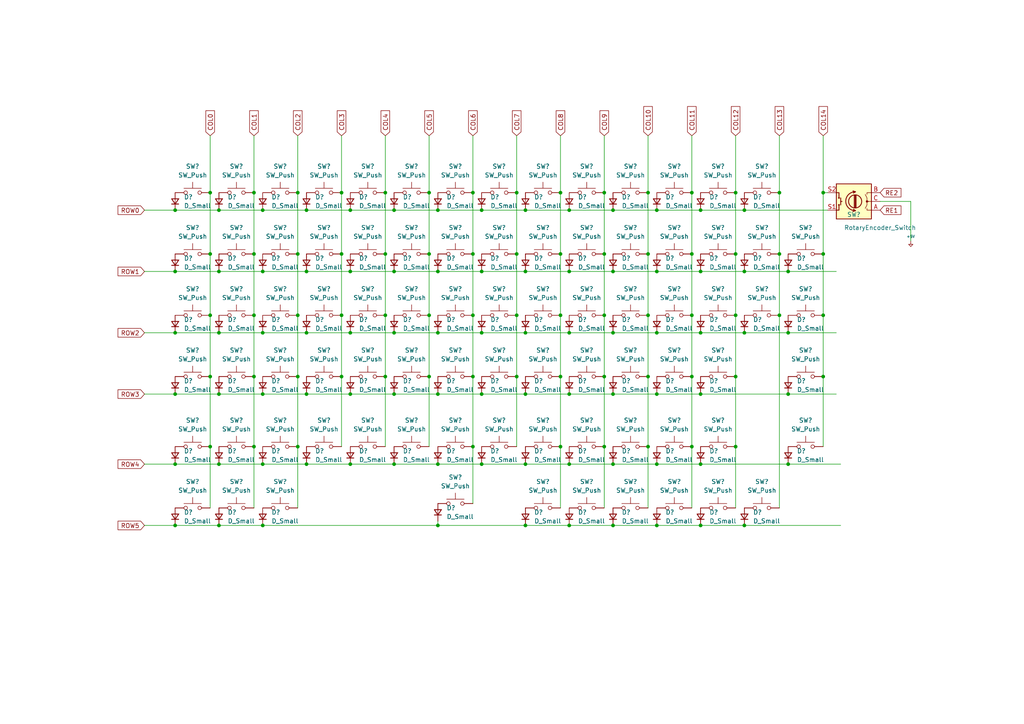
<source format=kicad_sch>
(kicad_sch (version 20211123) (generator eeschema)
  (paper "A4")
  (lib_symbols
    (symbol "Device:D_Small" (pin_numbers hide) (pin_names (offset 0.254) hide)
      (property "Reference" "D" (at -1.27 2.032 0))
      (property "Value" "D_Small" (at -3.81 -2.032 0))
      (symbol "D_Small_0_1"
        (polyline (pts (xy -0.762 -1.016) (xy -0.762 1.016)) (stroke (width 0.254)))
        (polyline (pts (xy -0.762 0) (xy 0.762 0)))
        (polyline (pts (xy 0.762 -1.016) (xy -0.762 0) (xy 0.762 1.016) (xy 0.762 -1.016)) (stroke (width 0.254)))
      )
      (symbol "D_Small_1_1"
        (pin passive line (at -2.54 0 0) (length 1.778) (name "K") (number "1"))
        (pin passive line (at 2.54 0 180) (length 1.778) (name "A") (number "2"))
      )
    )
    (symbol "Device:RotaryEncoder_Switch" (pin_names (offset 0.254) hide)
      (property "Reference" "SW" (at 0 6.604 0))
      (property "Value" "RotaryEncoder_Switch" (at 0 -6.604 0))
      (symbol "RotaryEncoder_Switch_0_1"
        (rectangle (start -5.08 5.08) (end 5.08 -5.08) (stroke (width 0.254)) (fill (type background)))
        (circle (center -3.81 0) (radius 0.254) (fill (type outline)))
        (arc (start -0.381 -2.794) (mid 2.3622 -0.0508) (end -0.381 2.667) (stroke (width 0.254)))
        (circle (center -0.381 0) (radius 1.905) (stroke (width 0.254)))
        (polyline (pts (xy -0.635 -1.778) (xy -0.635 1.778)) (stroke (width 0.254)))
        (polyline (pts (xy -0.381 -1.778) (xy -0.381 1.778)) (stroke (width 0.254)))
        (polyline (pts (xy -0.127 1.778) (xy -0.127 -1.778)) (stroke (width 0.254)))
        (polyline (pts (xy 3.81 0) (xy 3.429 0)) (stroke (width 0.254)))
        (polyline (pts (xy 3.81 1.016) (xy 3.81 -1.016)) (stroke (width 0.254)))
        (polyline (pts (xy -5.08 -2.54) (xy -3.81 -2.54) (xy -3.81 -2.032)))
        (polyline (pts (xy -5.08 2.54) (xy -3.81 2.54) (xy -3.81 2.032)))
        (polyline (pts (xy 0.254 -3.048) (xy -0.508 -2.794) (xy 0.127 -2.413)) (stroke (width 0.254)))
        (polyline (pts (xy 0.254 2.921) (xy -0.508 2.667) (xy 0.127 2.286)) (stroke (width 0.254)))
        (polyline (pts (xy 5.08 -2.54) (xy 4.318 -2.54) (xy 4.318 -1.016)) (stroke (width 0.254)))
        (polyline (pts (xy 5.08 2.54) (xy 4.318 2.54) (xy 4.318 1.016)) (stroke (width 0.254)))
        (polyline (pts (xy -5.08 0) (xy -3.81 0) (xy -3.81 -1.016) (xy -3.302 -2.032)))
        (polyline (pts (xy -4.318 0) (xy -3.81 0) (xy -3.81 1.016) (xy -3.302 2.032)))
        (circle (center 4.318 -1.016) (radius 0.127) (stroke (width 0.254)))
        (circle (center 4.318 1.016) (radius 0.127) (stroke (width 0.254)))
      )
      (symbol "RotaryEncoder_Switch_1_1"
        (pin passive line (at -7.62 2.54 0) (length 2.54) (name "A") (number "A"))
        (pin passive line (at -7.62 -2.54 0) (length 2.54) (name "B") (number "B"))
        (pin passive line (at -7.62 0 0) (length 2.54) (name "C") (number "C"))
        (pin passive line (at 7.62 2.54 180) (length 2.54) (name "S1") (number "S1"))
        (pin passive line (at 7.62 -2.54 180) (length 2.54) (name "S2") (number "S2"))
      )
    )
    (symbol "Switch:SW_Push" (pin_numbers hide) (pin_names (offset 1.016) hide)
      (property "Reference" "SW" (at 1.27 2.54 0))
      (property "Value" "SW_Push" (at 0 -1.524 0))
      (symbol "SW_Push_0_1"
        (circle (center -2.032 0) (radius 0.508))
        (polyline (pts (xy 0 1.27) (xy 0 3.048)))
        (polyline (pts (xy 2.54 1.27) (xy -2.54 1.27)))
        (circle (center 2.032 0) (radius 0.508))
        (pin passive line (at -5.08 0 0) (length 2.54) (name "1") (number "1"))
        (pin passive line (at 5.08 0 180) (length 2.54) (name "2") (number "2"))
      )
    )
    (symbol "keyboard_parts:GND" (power) (pin_names (offset 0))
      (property "Value" "GND" (at 0 -2.54 0))
      (symbol "GND_0_0"
        (pin power_in line (at 0 0 90) (length 0) hide (name "+5V") (number "1"))
      )
      (symbol "GND_0_1"
        (polyline (pts (xy 0 -1.651) (xy 0.635 -1.016) (xy -0.635 -1.016) (xy 0 -1.651)))
      )
      (symbol "GND_1_1"
        (polyline (pts (xy 0 0) (xy 0 -1.016) (xy 0 -1.016)))
      )
    )
  )
  (junction (at 215.9 152.4))
  (junction (at 238.76 91.44))
  (junction (at 190.5 114.3))
  (junction (at 190.5 96.52))
  (junction (at 99.06 73.66))
  (junction (at 114.3 134.62))
  (junction (at 162.56 129.54))
  (junction (at 203.2 134.62))
  (junction (at 73.66 109.22))
  (junction (at 139.7 114.3))
  (junction (at 190.5 78.74))
  (junction (at 213.36 109.22))
  (junction (at 165.1 152.4))
  (junction (at 139.7 96.52))
  (junction (at 88.9 114.3))
  (junction (at 50.8 134.62))
  (junction (at 111.76 55.88))
  (junction (at 114.3 60.96))
  (junction (at 60.96 129.54))
  (junction (at 124.46 91.44))
  (junction (at 73.66 73.66))
  (junction (at 190.5 152.4))
  (junction (at 86.36 129.54))
  (junction (at 152.4 60.96))
  (junction (at 139.7 78.74))
  (junction (at 226.06 55.88))
  (junction (at 63.5 152.4))
  (junction (at 203.2 152.4))
  (junction (at 165.1 96.52))
  (junction (at 200.66 73.66))
  (junction (at 228.6 134.62))
  (junction (at 165.1 78.74))
  (junction (at 215.9 96.52))
  (junction (at 177.8 78.74))
  (junction (at 162.56 91.44))
  (junction (at 213.36 129.54))
  (junction (at 175.26 55.88))
  (junction (at 124.46 109.22))
  (junction (at 63.5 96.52))
  (junction (at 76.2 114.3))
  (junction (at 177.8 114.3))
  (junction (at 187.96 129.54))
  (junction (at 203.2 114.3))
  (junction (at 137.16 73.66))
  (junction (at 76.2 152.4))
  (junction (at 203.2 60.96))
  (junction (at 162.56 109.22))
  (junction (at 137.16 91.44))
  (junction (at 114.3 114.3))
  (junction (at 127 78.74))
  (junction (at 99.06 109.22))
  (junction (at 73.66 55.88))
  (junction (at 177.8 134.62))
  (junction (at 152.4 152.4))
  (junction (at 175.26 91.44))
  (junction (at 99.06 91.44))
  (junction (at 60.96 73.66))
  (junction (at 86.36 91.44))
  (junction (at 190.5 134.62))
  (junction (at 165.1 114.3))
  (junction (at 86.36 109.22))
  (junction (at 203.2 78.74))
  (junction (at 152.4 78.74))
  (junction (at 175.26 109.22))
  (junction (at 137.16 129.54))
  (junction (at 50.8 114.3))
  (junction (at 149.86 91.44))
  (junction (at 152.4 134.62))
  (junction (at 152.4 96.52))
  (junction (at 238.76 55.88))
  (junction (at 149.86 73.66))
  (junction (at 99.06 55.88))
  (junction (at 139.7 60.96))
  (junction (at 187.96 73.66))
  (junction (at 88.9 60.96))
  (junction (at 50.8 78.74))
  (junction (at 213.36 73.66))
  (junction (at 228.6 96.52))
  (junction (at 50.8 96.52))
  (junction (at 203.2 96.52))
  (junction (at 76.2 60.96))
  (junction (at 177.8 152.4))
  (junction (at 127 96.52))
  (junction (at 101.6 78.74))
  (junction (at 127 134.62))
  (junction (at 127 152.4))
  (junction (at 50.8 152.4))
  (junction (at 124.46 55.88))
  (junction (at 86.36 73.66))
  (junction (at 73.66 91.44))
  (junction (at 215.9 60.96))
  (junction (at 60.96 55.88))
  (junction (at 162.56 55.88))
  (junction (at 187.96 91.44))
  (junction (at 175.26 73.66))
  (junction (at 200.66 109.22))
  (junction (at 63.5 60.96))
  (junction (at 226.06 91.44))
  (junction (at 190.5 60.96))
  (junction (at 226.06 73.66))
  (junction (at 213.36 55.88))
  (junction (at 76.2 134.62))
  (junction (at 175.26 129.54))
  (junction (at 124.46 73.66))
  (junction (at 200.66 91.44))
  (junction (at 111.76 91.44))
  (junction (at 60.96 91.44))
  (junction (at 228.6 114.3))
  (junction (at 177.8 60.96))
  (junction (at 114.3 78.74))
  (junction (at 76.2 96.52))
  (junction (at 165.1 134.62))
  (junction (at 111.76 109.22))
  (junction (at 101.6 60.96))
  (junction (at 60.96 109.22))
  (junction (at 137.16 109.22))
  (junction (at 63.5 78.74))
  (junction (at 152.4 114.3))
  (junction (at 88.9 78.74))
  (junction (at 215.9 78.74))
  (junction (at 238.76 73.66))
  (junction (at 149.86 55.88))
  (junction (at 139.7 134.62))
  (junction (at 76.2 78.74))
  (junction (at 162.56 73.66))
  (junction (at 187.96 55.88))
  (junction (at 101.6 134.62))
  (junction (at 200.66 129.54))
  (junction (at 127 60.96))
  (junction (at 73.66 129.54))
  (junction (at 50.8 60.96))
  (junction (at 86.36 55.88))
  (junction (at 200.66 55.88))
  (junction (at 137.16 55.88))
  (junction (at 228.6 78.74))
  (junction (at 101.6 96.52))
  (junction (at 149.86 109.22))
  (junction (at 88.9 134.62))
  (junction (at 238.76 109.22))
  (junction (at 63.5 114.3))
  (junction (at 165.1 60.96))
  (junction (at 88.9 96.52))
  (junction (at 213.36 91.44))
  (junction (at 177.8 96.52))
  (junction (at 114.3 96.52))
  (junction (at 101.6 114.3))
  (junction (at 127 114.3))
  (junction (at 63.5 134.62))
  (junction (at 187.96 109.22))
  (junction (at 111.76 73.66))
  (wire (pts (xy 200.66 91.44) (xy 200.66 109.22)))
  (wire (pts (xy 213.36 129.54) (xy 213.36 147.32)))
  (wire (pts (xy 175.26 129.54) (xy 175.26 147.32)))
  (wire (pts (xy 200.66 55.88) (xy 200.66 73.66)))
  (wire (pts (xy 177.8 96.52) (xy 190.5 96.52)))
  (wire (pts (xy 41.91 60.96) (xy 50.8 60.96)))
  (wire (pts (xy 228.6 78.74) (xy 242.57 78.74)))
  (wire (pts (xy 111.76 91.44) (xy 111.76 109.22)))
  (wire (pts (xy 60.96 129.54) (xy 60.96 147.32)))
  (wire (pts (xy 63.5 78.74) (xy 76.2 78.74)))
  (wire (pts (xy 99.06 109.22) (xy 99.06 129.54)))
  (wire (pts (xy 215.9 152.4) (xy 243.84 152.4)))
  (wire (pts (xy 175.26 91.44) (xy 175.26 109.22)))
  (wire (pts (xy 226.06 91.44) (xy 226.06 147.32)))
  (wire (pts (xy 124.46 55.88) (xy 124.46 73.66)))
  (wire (pts (xy 111.76 109.22) (xy 111.76 129.54)))
  (wire (pts (xy 177.8 78.74) (xy 190.5 78.74)))
  (wire (pts (xy 63.5 152.4) (xy 76.2 152.4)))
  (wire (pts (xy 137.16 73.66) (xy 137.16 91.44)))
  (wire (pts (xy 88.9 96.52) (xy 101.6 96.52)))
  (wire (pts (xy 162.56 73.66) (xy 162.56 91.44)))
  (wire (pts (xy 73.66 129.54) (xy 73.66 147.32)))
  (wire (pts (xy 165.1 134.62) (xy 177.8 134.62)))
  (wire (pts (xy 88.9 78.74) (xy 101.6 78.74)))
  (wire (pts (xy 264.16 58.42) (xy 264.16 69.85)))
  (wire (pts (xy 73.66 39.37) (xy 73.66 55.88)))
  (wire (pts (xy 73.66 73.66) (xy 73.66 91.44)))
  (wire (pts (xy 162.56 109.22) (xy 162.56 129.54)))
  (wire (pts (xy 238.76 91.44) (xy 238.76 109.22)))
  (wire (pts (xy 124.46 39.37) (xy 124.46 55.88)))
  (wire (pts (xy 177.8 152.4) (xy 190.5 152.4)))
  (wire (pts (xy 137.16 91.44) (xy 137.16 109.22)))
  (wire (pts (xy 177.8 134.62) (xy 190.5 134.62)))
  (wire (pts (xy 152.4 78.74) (xy 165.1 78.74)))
  (wire (pts (xy 190.5 152.4) (xy 203.2 152.4)))
  (wire (pts (xy 213.36 39.37) (xy 213.36 55.88)))
  (wire (pts (xy 187.96 73.66) (xy 187.96 91.44)))
  (wire (pts (xy 86.36 109.22) (xy 86.36 129.54)))
  (wire (pts (xy 114.3 60.96) (xy 127 60.96)))
  (wire (pts (xy 226.06 73.66) (xy 226.06 91.44)))
  (wire (pts (xy 124.46 109.22) (xy 124.46 129.54)))
  (wire (pts (xy 238.76 55.88) (xy 240.03 55.88)))
  (wire (pts (xy 76.2 114.3) (xy 88.9 114.3)))
  (wire (pts (xy 187.96 55.88) (xy 187.96 73.66)))
  (wire (pts (xy 50.8 134.62) (xy 63.5 134.62)))
  (wire (pts (xy 41.91 96.52) (xy 50.8 96.52)))
  (wire (pts (xy 41.91 78.74) (xy 50.8 78.74)))
  (wire (pts (xy 50.8 96.52) (xy 63.5 96.52)))
  (wire (pts (xy 111.76 39.37) (xy 111.76 55.88)))
  (wire (pts (xy 41.91 114.3) (xy 50.8 114.3)))
  (wire (pts (xy 76.2 78.74) (xy 88.9 78.74)))
  (wire (pts (xy 60.96 55.88) (xy 60.96 73.66)))
  (wire (pts (xy 175.26 39.37) (xy 175.26 55.88)))
  (wire (pts (xy 73.66 55.88) (xy 73.66 73.66)))
  (wire (pts (xy 226.06 39.37) (xy 226.06 55.88)))
  (wire (pts (xy 162.56 129.54) (xy 162.56 147.32)))
  (wire (pts (xy 152.4 152.4) (xy 165.1 152.4)))
  (wire (pts (xy 41.91 152.4) (xy 50.8 152.4)))
  (wire (pts (xy 127 60.96) (xy 139.7 60.96)))
  (wire (pts (xy 127 96.52) (xy 139.7 96.52)))
  (wire (pts (xy 200.66 129.54) (xy 200.66 147.32)))
  (wire (pts (xy 73.66 109.22) (xy 73.66 129.54)))
  (wire (pts (xy 255.27 58.42) (xy 264.16 58.42)))
  (wire (pts (xy 114.3 114.3) (xy 127 114.3)))
  (wire (pts (xy 165.1 96.52) (xy 177.8 96.52)))
  (wire (pts (xy 99.06 39.37) (xy 99.06 55.88)))
  (wire (pts (xy 152.4 96.52) (xy 165.1 96.52)))
  (wire (pts (xy 213.36 73.66) (xy 213.36 91.44)))
  (wire (pts (xy 139.7 96.52) (xy 152.4 96.52)))
  (wire (pts (xy 41.91 134.62) (xy 50.8 134.62)))
  (wire (pts (xy 63.5 60.96) (xy 76.2 60.96)))
  (wire (pts (xy 165.1 78.74) (xy 177.8 78.74)))
  (wire (pts (xy 114.3 96.52) (xy 127 96.52)))
  (wire (pts (xy 190.5 96.52) (xy 203.2 96.52)))
  (wire (pts (xy 215.9 78.74) (xy 228.6 78.74)))
  (wire (pts (xy 149.86 109.22) (xy 149.86 129.54)))
  (wire (pts (xy 238.76 55.88) (xy 238.76 73.66)))
  (wire (pts (xy 127 151.13) (xy 127 152.4)))
  (wire (pts (xy 175.26 109.22) (xy 175.26 129.54)))
  (wire (pts (xy 86.36 55.88) (xy 86.36 73.66)))
  (wire (pts (xy 111.76 73.66) (xy 111.76 91.44)))
  (wire (pts (xy 101.6 134.62) (xy 114.3 134.62)))
  (wire (pts (xy 101.6 60.96) (xy 114.3 60.96)))
  (wire (pts (xy 187.96 109.22) (xy 187.96 129.54)))
  (wire (pts (xy 127 78.74) (xy 139.7 78.74)))
  (wire (pts (xy 149.86 73.66) (xy 149.86 91.44)))
  (wire (pts (xy 50.8 60.96) (xy 63.5 60.96)))
  (wire (pts (xy 213.36 91.44) (xy 213.36 109.22)))
  (wire (pts (xy 228.6 114.3) (xy 242.57 114.3)))
  (wire (pts (xy 175.26 55.88) (xy 175.26 73.66)))
  (wire (pts (xy 213.36 55.88) (xy 213.36 73.66)))
  (wire (pts (xy 99.06 55.88) (xy 99.06 73.66)))
  (wire (pts (xy 165.1 60.96) (xy 177.8 60.96)))
  (wire (pts (xy 139.7 60.96) (xy 152.4 60.96)))
  (wire (pts (xy 50.8 152.4) (xy 63.5 152.4)))
  (wire (pts (xy 177.8 114.3) (xy 190.5 114.3)))
  (wire (pts (xy 60.96 91.44) (xy 60.96 109.22)))
  (wire (pts (xy 86.36 39.37) (xy 86.36 55.88)))
  (wire (pts (xy 63.5 96.52) (xy 76.2 96.52)))
  (wire (pts (xy 137.16 39.37) (xy 137.16 55.88)))
  (wire (pts (xy 203.2 114.3) (xy 228.6 114.3)))
  (wire (pts (xy 152.4 134.62) (xy 165.1 134.62)))
  (wire (pts (xy 203.2 134.62) (xy 228.6 134.62)))
  (wire (pts (xy 238.76 39.37) (xy 238.76 55.88)))
  (wire (pts (xy 200.66 73.66) (xy 200.66 91.44)))
  (wire (pts (xy 76.2 96.52) (xy 88.9 96.52)))
  (wire (pts (xy 124.46 91.44) (xy 124.46 109.22)))
  (wire (pts (xy 50.8 78.74) (xy 63.5 78.74)))
  (wire (pts (xy 238.76 109.22) (xy 238.76 129.54)))
  (wire (pts (xy 63.5 134.62) (xy 76.2 134.62)))
  (wire (pts (xy 162.56 39.37) (xy 162.56 55.88)))
  (wire (pts (xy 149.86 39.37) (xy 149.86 55.88)))
  (wire (pts (xy 187.96 129.54) (xy 187.96 147.32)))
  (wire (pts (xy 137.16 146.05) (xy 137.16 129.54)))
  (wire (pts (xy 187.96 91.44) (xy 187.96 109.22)))
  (wire (pts (xy 60.96 109.22) (xy 60.96 129.54)))
  (wire (pts (xy 162.56 55.88) (xy 162.56 73.66)))
  (wire (pts (xy 190.5 60.96) (xy 203.2 60.96)))
  (wire (pts (xy 127 134.62) (xy 139.7 134.62)))
  (wire (pts (xy 101.6 96.52) (xy 114.3 96.52)))
  (wire (pts (xy 190.5 78.74) (xy 203.2 78.74)))
  (wire (pts (xy 139.7 114.3) (xy 152.4 114.3)))
  (wire (pts (xy 162.56 91.44) (xy 162.56 109.22)))
  (wire (pts (xy 86.36 73.66) (xy 86.36 91.44)))
  (wire (pts (xy 139.7 134.62) (xy 152.4 134.62)))
  (wire (pts (xy 86.36 129.54) (xy 86.36 147.32)))
  (wire (pts (xy 99.06 73.66) (xy 99.06 91.44)))
  (wire (pts (xy 187.96 39.37) (xy 187.96 55.88)))
  (wire (pts (xy 175.26 73.66) (xy 175.26 91.44)))
  (wire (pts (xy 50.8 114.3) (xy 63.5 114.3)))
  (wire (pts (xy 76.2 134.62) (xy 88.9 134.62)))
  (wire (pts (xy 190.5 114.3) (xy 203.2 114.3)))
  (wire (pts (xy 86.36 91.44) (xy 86.36 109.22)))
  (wire (pts (xy 200.66 109.22) (xy 200.66 129.54)))
  (wire (pts (xy 203.2 78.74) (xy 215.9 78.74)))
  (wire (pts (xy 124.46 73.66) (xy 124.46 91.44)))
  (wire (pts (xy 203.2 152.4) (xy 215.9 152.4)))
  (wire (pts (xy 137.16 109.22) (xy 137.16 129.54)))
  (wire (pts (xy 88.9 60.96) (xy 101.6 60.96)))
  (wire (pts (xy 213.36 109.22) (xy 213.36 129.54)))
  (wire (pts (xy 63.5 114.3) (xy 76.2 114.3)))
  (wire (pts (xy 190.5 134.62) (xy 203.2 134.62)))
  (wire (pts (xy 177.8 60.96) (xy 190.5 60.96)))
  (wire (pts (xy 228.6 134.62) (xy 243.84 134.62)))
  (wire (pts (xy 60.96 73.66) (xy 60.96 91.44)))
  (wire (pts (xy 200.66 39.37) (xy 200.66 55.88)))
  (wire (pts (xy 203.2 60.96) (xy 215.9 60.96)))
  (wire (pts (xy 149.86 55.88) (xy 149.86 73.66)))
  (wire (pts (xy 101.6 114.3) (xy 114.3 114.3)))
  (wire (pts (xy 88.9 114.3) (xy 101.6 114.3)))
  (wire (pts (xy 99.06 91.44) (xy 99.06 109.22)))
  (wire (pts (xy 101.6 78.74) (xy 114.3 78.74)))
  (wire (pts (xy 165.1 114.3) (xy 177.8 114.3)))
  (wire (pts (xy 152.4 60.96) (xy 165.1 60.96)))
  (wire (pts (xy 114.3 78.74) (xy 127 78.74)))
  (wire (pts (xy 127 114.3) (xy 139.7 114.3)))
  (wire (pts (xy 228.6 96.52) (xy 242.57 96.52)))
  (wire (pts (xy 73.66 91.44) (xy 73.66 109.22)))
  (wire (pts (xy 238.76 73.66) (xy 238.76 91.44)))
  (wire (pts (xy 152.4 114.3) (xy 165.1 114.3)))
  (wire (pts (xy 111.76 55.88) (xy 111.76 73.66)))
  (wire (pts (xy 203.2 96.52) (xy 215.9 96.52)))
  (wire (pts (xy 76.2 152.4) (xy 127 152.4)))
  (wire (pts (xy 88.9 134.62) (xy 101.6 134.62)))
  (wire (pts (xy 165.1 152.4) (xy 177.8 152.4)))
  (wire (pts (xy 137.16 55.88) (xy 137.16 73.66)))
  (wire (pts (xy 149.86 91.44) (xy 149.86 109.22)))
  (wire (pts (xy 127 152.4) (xy 152.4 152.4)))
  (wire (pts (xy 226.06 55.88) (xy 226.06 73.66)))
  (wire (pts (xy 114.3 134.62) (xy 127 134.62)))
  (wire (pts (xy 215.9 60.96) (xy 240.03 60.96)))
  (wire (pts (xy 215.9 96.52) (xy 228.6 96.52)))
  (wire (pts (xy 76.2 60.96) (xy 88.9 60.96)))
  (wire (pts (xy 60.96 39.37) (xy 60.96 55.88)))
  (wire (pts (xy 139.7 78.74) (xy 152.4 78.74)))
  (global_label "COL13" (shape input) (at 226.06 39.37 90) (property "Intersheet References" "${INTERSHEET_REFS}" (effects hide)))
  (global_label "COL4" (shape input) (at 111.76 39.37 90) (property "Intersheet References" "${INTERSHEET_REFS}" (effects hide)))
  (global_label "ROW5" (shape input) (at 41.91 152.4 180) (property "Intersheet References" "${INTERSHEET_REFS}" (effects hide)))
  (global_label "ROW3" (shape input) (at 41.91 114.3 180) (property "Intersheet References" "${INTERSHEET_REFS}" (effects hide)))
  (global_label "COL0" (shape input) (at 60.96 39.37 90) (property "Intersheet References" "${INTERSHEET_REFS}" (effects hide)))
  (global_label "RE1" (shape input) (at 255.27 60.96 0) (property "Intersheet References" "${INTERSHEET_REFS}" (effects hide)))
  (global_label "ROW0" (shape input) (at 41.91 60.96 180) (property "Intersheet References" "${INTERSHEET_REFS}" (effects hide)))
  (global_label "RE2" (shape input) (at 255.27 55.88 0) (property "Intersheet References" "${INTERSHEET_REFS}" (effects hide)))
  (global_label "COL14" (shape input) (at 238.76 39.37 90) (property "Intersheet References" "${INTERSHEET_REFS}" (effects hide)))
  (global_label "COL6" (shape input) (at 137.16 39.37 90) (property "Intersheet References" "${INTERSHEET_REFS}" (effects hide)))
  (global_label "COL11" (shape input) (at 200.66 39.37 90) (property "Intersheet References" "${INTERSHEET_REFS}" (effects hide)))
  (global_label "COL1" (shape input) (at 73.66 39.37 90) (property "Intersheet References" "${INTERSHEET_REFS}" (effects hide)))
  (global_label "ROW4" (shape input) (at 41.91 134.62 180) (property "Intersheet References" "${INTERSHEET_REFS}" (effects hide)))
  (global_label "COL7" (shape input) (at 149.86 39.37 90) (property "Intersheet References" "${INTERSHEET_REFS}" (effects hide)))
  (global_label "COL2" (shape input) (at 86.36 39.37 90) (property "Intersheet References" "${INTERSHEET_REFS}" (effects hide)))
  (global_label "COL8" (shape input) (at 162.56 39.37 90) (property "Intersheet References" "${INTERSHEET_REFS}" (effects hide)))
  (global_label "ROW1" (shape input) (at 41.91 78.74 180) (property "Intersheet References" "${INTERSHEET_REFS}" (effects hide)))
  (global_label "COL5" (shape input) (at 124.46 39.37 90) (property "Intersheet References" "${INTERSHEET_REFS}" (effects hide)))
  (global_label "COL12" (shape input) (at 213.36 39.37 90) (property "Intersheet References" "${INTERSHEET_REFS}" (effects hide)))
  (global_label "ROW2" (shape input) (at 41.91 96.52 180) (property "Intersheet References" "${INTERSHEET_REFS}" (effects hide)))
  (global_label "COL10" (shape input) (at 187.96 39.37 90) (property "Intersheet References" "${INTERSHEET_REFS}" (effects hide)))
  (global_label "COL3" (shape input) (at 99.06 39.37 90) (property "Intersheet References" "${INTERSHEET_REFS}" (effects hide)))
  (global_label "COL9" (shape input) (at 175.26 39.37 90) (property "Intersheet References" "${INTERSHEET_REFS}" (effects hide)))
  (symbol (lib_id "Switch:SW_Push") (at 144.78 109.22 0) (unit 1)
    (property "Reference" "SW?" (at 144.78 101.6 0))
    (property "Value" "SW_Push" (at 144.78 104.14 0))
  )
  (symbol (lib_id "Device:D_Small") (at 215.9 58.42 90) (unit 1)
    (property "Reference" "D?" (at 218.44 57.15 90) (effects (justify right)))
    (property "Value" "D_Small" (at 218.44 59.69 90) (effects (justify right)))
  )
  (symbol (lib_id "Device:D_Small") (at 63.5 58.42 90) (unit 1)
    (property "Reference" "D?" (at 66.04 57.15 90) (effects (justify right)))
    (property "Value" "D_Small" (at 66.04 59.69 90) (effects (justify right)))
  )
  (symbol (lib_id "Switch:SW_Push") (at 81.28 55.88 0) (unit 1)
    (property "Reference" "SW?" (at 81.28 48.26 0))
    (property "Value" "SW_Push" (at 81.28 50.8 0))
  )
  (symbol (lib_id "Device:D_Small") (at 63.5 111.76 90) (unit 1)
    (property "Reference" "D?" (at 66.04 110.49 90) (effects (justify right)))
    (property "Value" "D_Small" (at 66.04 113.03 90) (effects (justify right)))
  )
  (symbol (lib_id "Switch:SW_Push") (at 182.88 129.54 0) (unit 1)
    (property "Reference" "SW?" (at 182.88 121.92 0))
    (property "Value" "SW_Push" (at 182.88 124.46 0))
  )
  (symbol (lib_id "Device:D_Small") (at 165.1 149.86 90) (unit 1)
    (property "Reference" "D?" (at 167.64 148.59 90) (effects (justify right)))
    (property "Value" "D_Small" (at 167.64 151.13 90) (effects (justify right)))
  )
  (symbol (lib_id "Device:D_Small") (at 127 148.59 90) (unit 1)
    (property "Reference" "D?" (at 129.54 147.32 90) (effects (justify right)))
    (property "Value" "D_Small" (at 129.54 149.86 90) (effects (justify right)))
  )
  (symbol (lib_id "Device:D_Small") (at 190.5 58.42 90) (unit 1)
    (property "Reference" "D?" (at 193.04 57.15 90) (effects (justify right)))
    (property "Value" "D_Small" (at 193.04 59.69 90) (effects (justify right)))
  )
  (symbol (lib_id "Switch:SW_Push") (at 144.78 55.88 0) (unit 1)
    (property "Reference" "SW?" (at 144.78 48.26 0))
    (property "Value" "SW_Push" (at 144.78 50.8 0))
  )
  (symbol (lib_id "Switch:SW_Push") (at 68.58 129.54 0) (unit 1)
    (property "Reference" "SW?" (at 68.58 121.92 0))
    (property "Value" "SW_Push" (at 68.58 124.46 0))
  )
  (symbol (lib_id "Switch:SW_Push") (at 233.68 129.54 0) (unit 1)
    (property "Reference" "SW?" (at 233.68 121.92 0))
    (property "Value" "SW_Push" (at 233.68 124.46 0))
  )
  (symbol (lib_id "Switch:SW_Push") (at 132.08 146.05 0) (unit 1)
    (property "Reference" "SW?" (at 132.08 138.43 0))
    (property "Value" "SW_Push" (at 132.08 140.97 0))
  )
  (symbol (lib_id "Switch:SW_Push") (at 68.58 109.22 0) (unit 1)
    (property "Reference" "SW?" (at 68.58 101.6 0))
    (property "Value" "SW_Push" (at 68.58 104.14 0))
  )
  (symbol (lib_id "Switch:SW_Push") (at 170.18 147.32 0) (unit 1)
    (property "Reference" "SW?" (at 170.18 139.7 0))
    (property "Value" "SW_Push" (at 170.18 142.24 0))
  )
  (symbol (lib_id "Switch:SW_Push") (at 132.08 109.22 0) (unit 1)
    (property "Reference" "SW?" (at 132.08 101.6 0))
    (property "Value" "SW_Push" (at 132.08 104.14 0))
  )
  (symbol (lib_id "Device:D_Small") (at 203.2 58.42 90) (unit 1)
    (property "Reference" "D?" (at 205.74 57.1499 90) (effects (justify right)))
    (property "Value" "D_Small" (at 205.74 59.6899 90) (effects (justify right)))
  )
  (symbol (lib_id "Switch:SW_Push") (at 55.88 55.88 0) (unit 1)
    (property "Reference" "SW?" (at 55.88 48.26 0))
    (property "Value" "SW_Push" (at 55.88 50.8 0))
  )
  (symbol (lib_id "Device:D_Small") (at 215.9 149.86 90) (unit 1)
    (property "Reference" "D?" (at 218.44 148.59 90) (effects (justify right)))
    (property "Value" "D_Small" (at 218.44 151.13 90) (effects (justify right)))
  )
  (symbol (lib_id "Device:D_Small") (at 190.5 93.98 90) (unit 1)
    (property "Reference" "D?" (at 193.04 92.71 90) (effects (justify right)))
    (property "Value" "D_Small" (at 193.04 95.25 90) (effects (justify right)))
  )
  (symbol (lib_id "Switch:SW_Push") (at 170.18 91.44 0) (unit 1)
    (property "Reference" "SW?" (at 170.18 83.82 0))
    (property "Value" "SW_Push" (at 170.18 86.36 0))
  )
  (symbol (lib_id "Device:D_Small") (at 114.3 76.2 90) (unit 1)
    (property "Reference" "D?" (at 116.84 74.93 90) (effects (justify right)))
    (property "Value" "D_Small" (at 116.84 77.47 90) (effects (justify right)))
  )
  (symbol (lib_id "Switch:SW_Push") (at 157.48 91.44 0) (unit 1)
    (property "Reference" "SW?" (at 157.48 83.82 0))
    (property "Value" "SW_Push" (at 157.48 86.36 0))
  )
  (symbol (lib_id "Switch:SW_Push") (at 220.98 73.66 0) (unit 1)
    (property "Reference" "SW?" (at 220.98 66.04 0))
    (property "Value" "SW_Push" (at 220.98 68.58 0))
  )
  (symbol (lib_id "Switch:SW_Push") (at 106.68 55.88 0) (unit 1)
    (property "Reference" "SW?" (at 106.68 48.26 0))
    (property "Value" "SW_Push" (at 106.68 50.8 0))
  )
  (symbol (lib_id "Device:D_Small") (at 127 93.98 90) (unit 1)
    (property "Reference" "D?" (at 129.54 92.7099 90) (effects (justify right)))
    (property "Value" "D_Small" (at 129.54 95.2499 90) (effects (justify right)))
  )
  (symbol (lib_id "Device:D_Small") (at 50.8 149.86 90) (unit 1)
    (property "Reference" "D?" (at 53.34 148.5899 90) (effects (justify right)))
    (property "Value" "D_Small" (at 53.34 151.1299 90) (effects (justify right)))
  )
  (symbol (lib_id "Switch:SW_Push") (at 157.48 73.66 0) (unit 1)
    (property "Reference" "SW?" (at 157.48 66.04 0))
    (property "Value" "SW_Push" (at 157.48 68.58 0))
  )
  (symbol (lib_id "Device:D_Small") (at 139.7 93.98 90) (unit 1)
    (property "Reference" "D?" (at 142.24 92.71 90) (effects (justify right)))
    (property "Value" "D_Small" (at 142.24 95.25 90) (effects (justify right)))
  )
  (symbol (lib_id "Device:D_Small") (at 203.2 149.86 90) (unit 1)
    (property "Reference" "D?" (at 205.74 148.5899 90) (effects (justify right)))
    (property "Value" "D_Small" (at 205.74 151.1299 90) (effects (justify right)))
  )
  (symbol (lib_id "Device:D_Small") (at 76.2 132.08 90) (unit 1)
    (property "Reference" "D?" (at 78.74 130.8099 90) (effects (justify right)))
    (property "Value" "D_Small" (at 78.74 133.3499 90) (effects (justify right)))
  )
  (symbol (lib_id "Device:D_Small") (at 215.9 93.98 90) (unit 1)
    (property "Reference" "D?" (at 218.44 92.71 90) (effects (justify right)))
    (property "Value" "D_Small" (at 218.44 95.25 90) (effects (justify right)))
  )
  (symbol (lib_id "Switch:SW_Push") (at 68.58 55.88 0) (unit 1)
    (property "Reference" "SW?" (at 68.58 48.26 0))
    (property "Value" "SW_Push" (at 68.58 50.8 0))
  )
  (symbol (lib_id "Switch:SW_Push") (at 144.78 91.44 0) (unit 1)
    (property "Reference" "SW?" (at 144.78 83.82 0))
    (property "Value" "SW_Push" (at 144.78 86.36 0))
  )
  (symbol (lib_id "Switch:SW_Push") (at 233.68 109.22 0) (unit 1)
    (property "Reference" "SW?" (at 233.68 101.6 0))
    (property "Value" "SW_Push" (at 233.68 104.14 0))
  )
  (symbol (lib_id "Device:D_Small") (at 152.4 111.76 90) (unit 1)
    (property "Reference" "D?" (at 154.94 110.4899 90) (effects (justify right)))
    (property "Value" "D_Small" (at 154.94 113.0299 90) (effects (justify right)))
  )
  (symbol (lib_id "Switch:SW_Push") (at 170.18 73.66 0) (unit 1)
    (property "Reference" "SW?" (at 170.18 66.04 0))
    (property "Value" "SW_Push" (at 170.18 68.58 0))
  )
  (symbol (lib_id "Device:D_Small") (at 165.1 132.08 90) (unit 1)
    (property "Reference" "D?" (at 167.64 130.81 90) (effects (justify right)))
    (property "Value" "D_Small" (at 167.64 133.35 90) (effects (justify right)))
  )
  (symbol (lib_id "Switch:SW_Push") (at 119.38 73.66 0) (unit 1)
    (property "Reference" "SW?" (at 119.38 66.04 0))
    (property "Value" "SW_Push" (at 119.38 68.58 0))
  )
  (symbol (lib_id "Switch:SW_Push") (at 93.98 55.88 0) (unit 1)
    (property "Reference" "SW?" (at 93.98 48.26 0))
    (property "Value" "SW_Push" (at 93.98 50.8 0))
  )
  (symbol (lib_id "Device:D_Small") (at 114.3 93.98 90) (unit 1)
    (property "Reference" "D?" (at 116.84 92.71 90) (effects (justify right)))
    (property "Value" "D_Small" (at 116.84 95.25 90) (effects (justify right)))
  )
  (symbol (lib_id "Switch:SW_Push") (at 68.58 73.66 0) (unit 1)
    (property "Reference" "SW?" (at 68.58 66.04 0))
    (property "Value" "SW_Push" (at 68.58 68.58 0))
  )
  (symbol (lib_id "Switch:SW_Push") (at 195.58 109.22 0) (unit 1)
    (property "Reference" "SW?" (at 195.58 101.6 0))
    (property "Value" "SW_Push" (at 195.58 104.14 0))
  )
  (symbol (lib_id "Device:D_Small") (at 88.9 111.76 90) (unit 1)
    (property "Reference" "D?" (at 91.44 110.49 90) (effects (justify right)))
    (property "Value" "D_Small" (at 91.44 113.03 90) (effects (justify right)))
  )
  (symbol (lib_id "Device:D_Small") (at 190.5 132.08 90) (unit 1)
    (property "Reference" "D?" (at 193.04 130.81 90) (effects (justify right)))
    (property "Value" "D_Small" (at 193.04 133.35 90) (effects (justify right)))
  )
  (symbol (lib_id "Device:D_Small") (at 127 76.2 90) (unit 1)
    (property "Reference" "D?" (at 129.54 74.9299 90) (effects (justify right)))
    (property "Value" "D_Small" (at 129.54 77.4699 90) (effects (justify right)))
  )
  (symbol (lib_id "Device:D_Small") (at 139.7 132.08 90) (unit 1)
    (property "Reference" "D?" (at 142.24 130.81 90) (effects (justify right)))
    (property "Value" "D_Small" (at 142.24 133.35 90) (effects (justify right)))
  )
  (symbol (lib_id "Device:D_Small") (at 203.2 76.2 90) (unit 1)
    (property "Reference" "D?" (at 205.74 74.9299 90) (effects (justify right)))
    (property "Value" "D_Small" (at 205.74 77.4699 90) (effects (justify right)))
  )
  (symbol (lib_id "Switch:SW_Push") (at 208.28 129.54 0) (unit 1)
    (property "Reference" "SW?" (at 208.28 121.92 0))
    (property "Value" "SW_Push" (at 208.28 124.46 0))
  )
  (symbol (lib_id "Device:D_Small") (at 139.7 58.42 90) (unit 1)
    (property "Reference" "D?" (at 142.24 57.15 90) (effects (justify right)))
    (property "Value" "D_Small" (at 142.24 59.69 90) (effects (justify right)))
  )
  (symbol (lib_id "Switch:SW_Push") (at 208.28 73.66 0) (unit 1)
    (property "Reference" "SW?" (at 208.28 66.04 0))
    (property "Value" "SW_Push" (at 208.28 68.58 0))
  )
  (symbol (lib_id "Device:D_Small") (at 177.8 149.86 90) (unit 1)
    (property "Reference" "D?" (at 180.34 148.5899 90) (effects (justify right)))
    (property "Value" "D_Small" (at 180.34 151.1299 90) (effects (justify right)))
  )
  (symbol (lib_id "Device:D_Small") (at 88.9 58.42 90) (unit 1)
    (property "Reference" "D?" (at 91.44 57.15 90) (effects (justify right)))
    (property "Value" "D_Small" (at 91.44 59.69 90) (effects (justify right)))
  )
  (symbol (lib_id "Switch:SW_Push") (at 170.18 109.22 0) (unit 1)
    (property "Reference" "SW?" (at 170.18 101.6 0))
    (property "Value" "SW_Push" (at 170.18 104.14 0))
  )
  (symbol (lib_id "Switch:SW_Push") (at 93.98 129.54 0) (unit 1)
    (property "Reference" "SW?" (at 93.98 121.92 0))
    (property "Value" "SW_Push" (at 93.98 124.46 0))
  )
  (symbol (lib_id "Switch:SW_Push") (at 157.48 147.32 0) (unit 1)
    (property "Reference" "SW?" (at 157.48 139.7 0))
    (property "Value" "SW_Push" (at 157.48 142.24 0))
  )
  (symbol (lib_id "Device:D_Small") (at 152.4 58.42 90) (unit 1)
    (property "Reference" "D?" (at 154.94 57.1499 90) (effects (justify right)))
    (property "Value" "D_Small" (at 154.94 59.6899 90) (effects (justify right)))
  )
  (symbol (lib_id "Device:D_Small") (at 101.6 132.08 90) (unit 1)
    (property "Reference" "D?" (at 104.14 130.8099 90) (effects (justify right)))
    (property "Value" "D_Small" (at 104.14 133.3499 90) (effects (justify right)))
  )
  (symbol (lib_id "Switch:SW_Push") (at 132.08 55.88 0) (unit 1)
    (property "Reference" "SW?" (at 132.08 48.26 0))
    (property "Value" "SW_Push" (at 132.08 50.8 0))
  )
  (symbol (lib_id "Device:D_Small") (at 88.9 132.08 90) (unit 1)
    (property "Reference" "D?" (at 91.44 130.81 90) (effects (justify right)))
    (property "Value" "D_Small" (at 91.44 133.35 90) (effects (justify right)))
  )
  (symbol (lib_id "Device:D_Small") (at 88.9 76.2 90) (unit 1)
    (property "Reference" "D?" (at 91.44 74.93 90) (effects (justify right)))
    (property "Value" "D_Small" (at 91.44 77.47 90) (effects (justify right)))
  )
  (symbol (lib_id "Switch:SW_Push") (at 144.78 73.66 0) (unit 1)
    (property "Reference" "SW?" (at 144.78 66.04 0))
    (property "Value" "SW_Push" (at 144.78 68.58 0))
  )
  (symbol (lib_id "Switch:SW_Push") (at 157.48 109.22 0) (unit 1)
    (property "Reference" "SW?" (at 157.48 101.6 0))
    (property "Value" "SW_Push" (at 157.48 104.14 0))
  )
  (symbol (lib_id "Switch:SW_Push") (at 68.58 91.44 0) (unit 1)
    (property "Reference" "SW?" (at 68.58 83.82 0))
    (property "Value" "SW_Push" (at 68.58 86.36 0))
  )
  (symbol (lib_id "Switch:SW_Push") (at 81.28 147.32 0) (unit 1)
    (property "Reference" "SW?" (at 81.28 139.7 0))
    (property "Value" "SW_Push" (at 81.28 142.24 0))
  )
  (symbol (lib_id "Switch:SW_Push") (at 119.38 55.88 0) (unit 1)
    (property "Reference" "SW?" (at 119.38 48.26 0))
    (property "Value" "SW_Push" (at 119.38 50.8 0))
  )
  (symbol (lib_id "Switch:SW_Push") (at 81.28 73.66 0) (unit 1)
    (property "Reference" "SW?" (at 81.28 66.04 0))
    (property "Value" "SW_Push" (at 81.28 68.58 0))
  )
  (symbol (lib_id "Switch:SW_Push") (at 55.88 109.22 0) (unit 1)
    (property "Reference" "SW?" (at 55.88 101.6 0))
    (property "Value" "SW_Push" (at 55.88 104.14 0))
  )
  (symbol (lib_id "Device:D_Small") (at 101.6 93.98 90) (unit 1)
    (property "Reference" "D?" (at 104.14 92.7099 90) (effects (justify right)))
    (property "Value" "D_Small" (at 104.14 95.2499 90) (effects (justify right)))
  )
  (symbol (lib_id "Switch:SW_Push") (at 119.38 129.54 0) (unit 1)
    (property "Reference" "SW?" (at 119.38 121.92 0))
    (property "Value" "SW_Push" (at 119.38 124.46 0))
  )
  (symbol (lib_id "Device:D_Small") (at 228.6 93.98 90) (unit 1)
    (property "Reference" "D?" (at 231.14 92.7099 90) (effects (justify right)))
    (property "Value" "D_Small" (at 231.14 95.2499 90) (effects (justify right)))
  )
  (symbol (lib_id "Switch:SW_Push") (at 195.58 55.88 0) (unit 1)
    (property "Reference" "SW?" (at 195.58 48.26 0))
    (property "Value" "SW_Push" (at 195.58 50.8 0))
  )
  (symbol (lib_id "Switch:SW_Push") (at 220.98 91.44 0) (unit 1)
    (property "Reference" "SW?" (at 220.98 83.82 0))
    (property "Value" "SW_Push" (at 220.98 86.36 0))
  )
  (symbol (lib_id "Device:D_Small") (at 152.4 149.86 90) (unit 1)
    (property "Reference" "D?" (at 154.94 148.5899 90) (effects (justify right)))
    (property "Value" "D_Small" (at 154.94 151.1299 90) (effects (justify right)))
  )
  (symbol (lib_id "Device:D_Small") (at 127 132.08 90) (unit 1)
    (property "Reference" "D?" (at 129.54 130.8099 90) (effects (justify right)))
    (property "Value" "D_Small" (at 129.54 133.3499 90) (effects (justify right)))
  )
  (symbol (lib_id "Switch:SW_Push") (at 106.68 129.54 0) (unit 1)
    (property "Reference" "SW?" (at 106.68 121.92 0))
    (property "Value" "SW_Push" (at 106.68 124.46 0))
  )
  (symbol (lib_id "Device:D_Small") (at 50.8 111.76 90) (unit 1)
    (property "Reference" "D?" (at 53.34 110.4899 90) (effects (justify right)))
    (property "Value" "D_Small" (at 53.34 113.0299 90) (effects (justify right)))
  )
  (symbol (lib_id "Device:D_Small") (at 177.8 111.76 90) (unit 1)
    (property "Reference" "D?" (at 180.34 110.4899 90) (effects (justify right)))
    (property "Value" "D_Small" (at 180.34 113.0299 90) (effects (justify right)))
  )
  (symbol (lib_id "Switch:SW_Push") (at 106.68 91.44 0) (unit 1)
    (property "Reference" "SW?" (at 106.68 83.82 0))
    (property "Value" "SW_Push" (at 106.68 86.36 0))
  )
  (symbol (lib_id "Device:D_Small") (at 203.2 132.08 90) (unit 1)
    (property "Reference" "D?" (at 205.74 130.8099 90) (effects (justify right)))
    (property "Value" "D_Small" (at 205.74 133.3499 90) (effects (justify right)))
  )
  (symbol (lib_id "Switch:SW_Push") (at 55.88 147.32 0) (unit 1)
    (property "Reference" "SW?" (at 55.88 139.7 0))
    (property "Value" "SW_Push" (at 55.88 142.24 0))
  )
  (symbol (lib_id "Device:D_Small") (at 76.2 149.86 90) (unit 1)
    (property "Reference" "D?" (at 78.74 148.5899 90) (effects (justify right)))
    (property "Value" "D_Small" (at 78.74 151.1299 90) (effects (justify right)))
  )
  (symbol (lib_id "Switch:SW_Push") (at 55.88 73.66 0) (unit 1)
    (property "Reference" "SW?" (at 55.88 66.04 0))
    (property "Value" "SW_Push" (at 55.88 68.58 0))
  )
  (symbol (lib_id "Switch:SW_Push") (at 55.88 129.54 0) (unit 1)
    (property "Reference" "SW?" (at 55.88 121.92 0))
    (property "Value" "SW_Push" (at 55.88 124.46 0))
  )
  (symbol (lib_id "Device:D_Small") (at 215.9 76.2 90) (unit 1)
    (property "Reference" "D?" (at 218.44 74.93 90) (effects (justify right)))
    (property "Value" "D_Small" (at 218.44 77.47 90) (effects (justify right)))
  )
  (symbol (lib_id "Device:D_Small") (at 165.1 58.42 90) (unit 1)
    (property "Reference" "D?" (at 167.64 57.15 90) (effects (justify right)))
    (property "Value" "D_Small" (at 167.64 59.69 90) (effects (justify right)))
  )
  (symbol (lib_id "Device:D_Small") (at 152.4 76.2 90) (unit 1)
    (property "Reference" "D?" (at 154.94 74.9299 90) (effects (justify right)))
    (property "Value" "D_Small" (at 154.94 77.4699 90) (effects (justify right)))
  )
  (symbol (lib_id "Switch:SW_Push") (at 93.98 73.66 0) (unit 1)
    (property "Reference" "SW?" (at 93.98 66.04 0))
    (property "Value" "SW_Push" (at 93.98 68.58 0))
  )
  (symbol (lib_id "Device:D_Small") (at 50.8 76.2 90) (unit 1)
    (property "Reference" "D?" (at 53.34 74.9299 90) (effects (justify right)))
    (property "Value" "D_Small" (at 53.34 77.4699 90) (effects (justify right)))
  )
  (symbol (lib_id "Device:D_Small") (at 177.8 76.2 90) (unit 1)
    (property "Reference" "D?" (at 180.34 74.9299 90) (effects (justify right)))
    (property "Value" "D_Small" (at 180.34 77.4699 90) (effects (justify right)))
  )
  (symbol (lib_id "Switch:SW_Push") (at 182.88 109.22 0) (unit 1)
    (property "Reference" "SW?" (at 182.88 101.6 0))
    (property "Value" "SW_Push" (at 182.88 104.14 0))
  )
  (symbol (lib_id "Switch:SW_Push") (at 81.28 109.22 0) (unit 1)
    (property "Reference" "SW?" (at 81.28 101.6 0))
    (property "Value" "SW_Push" (at 81.28 104.14 0))
  )
  (symbol (lib_id "Device:D_Small") (at 228.6 132.08 90) (unit 1)
    (property "Reference" "D?" (at 231.14 130.81 90) (effects (justify right)))
    (property "Value" "D_Small" (at 231.14 133.35 90) (effects (justify right)))
  )
  (symbol (lib_id "Device:D_Small") (at 63.5 93.98 90) (unit 1)
    (property "Reference" "D?" (at 66.04 92.71 90) (effects (justify right)))
    (property "Value" "D_Small" (at 66.04 95.25 90) (effects (justify right)))
  )
  (symbol (lib_id "Device:D_Small") (at 76.2 76.2 90) (unit 1)
    (property "Reference" "D?" (at 78.74 74.9299 90) (effects (justify right)))
    (property "Value" "D_Small" (at 78.74 77.4699 90) (effects (justify right)))
  )
  (symbol (lib_id "Switch:SW_Push") (at 132.08 91.44 0) (unit 1)
    (property "Reference" "SW?" (at 132.08 83.82 0))
    (property "Value" "SW_Push" (at 132.08 86.36 0))
  )
  (symbol (lib_id "Switch:SW_Push") (at 119.38 91.44 0) (unit 1)
    (property "Reference" "SW?" (at 119.38 83.82 0))
    (property "Value" "SW_Push" (at 119.38 86.36 0))
  )
  (symbol (lib_id "Device:D_Small") (at 190.5 111.76 90) (unit 1)
    (property "Reference" "D?" (at 193.04 110.49 90) (effects (justify right)))
    (property "Value" "D_Small" (at 193.04 113.03 90) (effects (justify right)))
  )
  (symbol (lib_id "Switch:SW_Push") (at 195.58 91.44 0) (unit 1)
    (property "Reference" "SW?" (at 195.58 83.82 0))
    (property "Value" "SW_Push" (at 195.58 86.36 0))
  )
  (symbol (lib_id "Switch:SW_Push") (at 182.88 55.88 0) (unit 1)
    (property "Reference" "SW?" (at 182.88 48.26 0))
    (property "Value" "SW_Push" (at 182.88 50.8 0))
  )
  (symbol (lib_id "Device:D_Small") (at 177.8 58.42 90) (unit 1)
    (property "Reference" "D?" (at 180.34 57.1499 90) (effects (justify right)))
    (property "Value" "D_Small" (at 180.34 59.6899 90) (effects (justify right)))
  )
  (symbol (lib_id "Switch:SW_Push") (at 132.08 129.54 0) (unit 1)
    (property "Reference" "SW?" (at 132.08 121.92 0))
    (property "Value" "SW_Push" (at 132.08 124.46 0))
  )
  (symbol (lib_id "Switch:SW_Push") (at 208.28 109.22 0) (unit 1)
    (property "Reference" "SW?" (at 208.28 101.6 0))
    (property "Value" "SW_Push" (at 208.28 104.14 0))
  )
  (symbol (lib_id "Switch:SW_Push") (at 182.88 147.32 0) (unit 1)
    (property "Reference" "SW?" (at 182.88 139.7 0))
    (property "Value" "SW_Push" (at 182.88 142.24 0))
  )
  (symbol (lib_id "Device:D_Small") (at 63.5 149.86 90) (unit 1)
    (property "Reference" "D?" (at 66.04 148.59 90) (effects (justify right)))
    (property "Value" "D_Small" (at 66.04 151.13 90) (effects (justify right)))
  )
  (symbol (lib_id "Switch:SW_Push") (at 132.08 73.66 0) (unit 1)
    (property "Reference" "SW?" (at 132.08 66.04 0))
    (property "Value" "SW_Push" (at 132.08 68.58 0))
  )
  (symbol (lib_id "Switch:SW_Push") (at 220.98 55.88 0) (unit 1)
    (property "Reference" "SW?" (at 220.98 48.26 0))
    (property "Value" "SW_Push" (at 220.98 50.8 0))
  )
  (symbol (lib_id "Switch:SW_Push") (at 106.68 109.22 0) (unit 1)
    (property "Reference" "SW?" (at 106.68 101.6 0))
    (property "Value" "SW_Push" (at 106.68 104.14 0))
  )
  (symbol (lib_id "Device:D_Small") (at 190.5 149.86 90) (unit 1)
    (property "Reference" "D?" (at 193.04 148.59 90) (effects (justify right)))
    (property "Value" "D_Small" (at 193.04 151.13 90) (effects (justify right)))
  )
  (symbol (lib_id "Device:D_Small") (at 114.3 58.42 90) (unit 1)
    (property "Reference" "D?" (at 116.84 57.15 90) (effects (justify right)))
    (property "Value" "D_Small" (at 116.84 59.69 90) (effects (justify right)))
  )
  (symbol (lib_id "Device:D_Small") (at 101.6 111.76 90) (unit 1)
    (property "Reference" "D?" (at 104.14 110.4899 90) (effects (justify right)))
    (property "Value" "D_Small" (at 104.14 113.0299 90) (effects (justify right)))
  )
  (symbol (lib_id "Switch:SW_Push") (at 119.38 109.22 0) (unit 1)
    (property "Reference" "SW?" (at 119.38 101.6 0))
    (property "Value" "SW_Push" (at 119.38 104.14 0))
  )
  (symbol (lib_id "Device:D_Small") (at 177.8 132.08 90) (unit 1)
    (property "Reference" "D?" (at 180.34 130.8099 90) (effects (justify right)))
    (property "Value" "D_Small" (at 180.34 133.3499 90) (effects (justify right)))
  )
  (symbol (lib_id "Device:D_Small") (at 139.7 76.2 90) (unit 1)
    (property "Reference" "D?" (at 142.24 74.93 90) (effects (justify right)))
    (property "Value" "D_Small" (at 142.24 77.47 90) (effects (justify right)))
  )
  (symbol (lib_id "Device:D_Small") (at 50.8 93.98 90) (unit 1)
    (property "Reference" "D?" (at 53.34 92.7099 90) (effects (justify right)))
    (property "Value" "D_Small" (at 53.34 95.2499 90) (effects (justify right)))
  )
  (symbol (lib_id "Device:D_Small") (at 76.2 111.76 90) (unit 1)
    (property "Reference" "D?" (at 78.74 110.4899 90) (effects (justify right)))
    (property "Value" "D_Small" (at 78.74 113.0299 90) (effects (justify right)))
  )
  (symbol (lib_id "Switch:SW_Push") (at 81.28 91.44 0) (unit 1)
    (property "Reference" "SW?" (at 81.28 83.82 0))
    (property "Value" "SW_Push" (at 81.28 86.36 0))
  )
  (symbol (lib_id "Device:D_Small") (at 152.4 132.08 90) (unit 1)
    (property "Reference" "D?" (at 154.94 130.8099 90) (effects (justify right)))
    (property "Value" "D_Small" (at 154.94 133.3499 90) (effects (justify right)))
  )
  (symbol (lib_id "Device:D_Small") (at 127 58.42 90) (unit 1)
    (property "Reference" "D?" (at 129.54 57.1499 90) (effects (justify right)))
    (property "Value" "D_Small" (at 129.54 59.6899 90) (effects (justify right)))
  )
  (symbol (lib_id "Switch:SW_Push") (at 106.68 73.66 0) (unit 1)
    (property "Reference" "SW?" (at 106.68 66.04 0))
    (property "Value" "SW_Push" (at 106.68 68.58 0))
  )
  (symbol (lib_id "Switch:SW_Push") (at 233.68 73.66 0) (unit 1)
    (property "Reference" "SW?" (at 233.68 66.04 0))
    (property "Value" "SW_Push" (at 233.68 68.58 0))
  )
  (symbol (lib_id "Switch:SW_Push") (at 93.98 91.44 0) (unit 1)
    (property "Reference" "SW?" (at 93.98 83.82 0))
    (property "Value" "SW_Push" (at 93.98 86.36 0))
  )
  (symbol (lib_id "keyboard_parts:GND") (at 264.16 69.85 0) (unit 1)
    (property "Reference" "#PWR?" (effects hide))
    (property "Value" "GND" (at 264.16 68.58 0) (effects (font (size 0.762 0.762))))
  )
  (symbol (lib_id "Switch:SW_Push") (at 68.58 147.32 0) (unit 1)
    (property "Reference" "SW?" (at 68.58 139.7 0))
    (property "Value" "SW_Push" (at 68.58 142.24 0))
  )
  (symbol (lib_id "Device:D_Small") (at 165.1 76.2 90) (unit 1)
    (property "Reference" "D?" (at 167.64 74.93 90) (effects (justify right)))
    (property "Value" "D_Small" (at 167.64 77.47 90) (effects (justify right)))
  )
  (symbol (lib_id "Device:D_Small") (at 139.7 111.76 90) (unit 1)
    (property "Reference" "D?" (at 142.24 110.49 90) (effects (justify right)))
    (property "Value" "D_Small" (at 142.24 113.03 90) (effects (justify right)))
  )
  (symbol (lib_id "Device:D_Small") (at 76.2 58.42 90) (unit 1)
    (property "Reference" "D?" (at 78.74 57.1499 90) (effects (justify right)))
    (property "Value" "D_Small" (at 78.74 59.6899 90) (effects (justify right)))
  )
  (symbol (lib_id "Switch:SW_Push") (at 144.78 129.54 0) (unit 1)
    (property "Reference" "SW?" (at 144.78 121.92 0))
    (property "Value" "SW_Push" (at 144.78 124.46 0))
  )
  (symbol (lib_id "Device:D_Small") (at 76.2 93.98 90) (unit 1)
    (property "Reference" "D?" (at 78.74 92.7099 90) (effects (justify right)))
    (property "Value" "D_Small" (at 78.74 95.2499 90) (effects (justify right)))
  )
  (symbol (lib_id "Switch:SW_Push") (at 195.58 147.32 0) (unit 1)
    (property "Reference" "SW?" (at 195.58 139.7 0))
    (property "Value" "SW_Push" (at 195.58 142.24 0))
  )
  (symbol (lib_id "Switch:SW_Push") (at 182.88 91.44 0) (unit 1)
    (property "Reference" "SW?" (at 182.88 83.82 0))
    (property "Value" "SW_Push" (at 182.88 86.36 0))
  )
  (symbol (lib_id "Switch:SW_Push") (at 182.88 73.66 0) (unit 1)
    (property "Reference" "SW?" (at 182.88 66.04 0))
    (property "Value" "SW_Push" (at 182.88 68.58 0))
  )
  (symbol (lib_id "Device:D_Small") (at 101.6 58.42 90) (unit 1)
    (property "Reference" "D?" (at 104.14 57.1499 90) (effects (justify right)))
    (property "Value" "D_Small" (at 104.14 59.6899 90) (effects (justify right)))
  )
  (symbol (lib_id "Device:D_Small") (at 190.5 76.2 90) (unit 1)
    (property "Reference" "D?" (at 193.04 74.93 90) (effects (justify right)))
    (property "Value" "D_Small" (at 193.04 77.47 90) (effects (justify right)))
  )
  (symbol (lib_id "Device:D_Small") (at 177.8 93.98 90) (unit 1)
    (property "Reference" "D?" (at 180.34 92.7099 90) (effects (justify right)))
    (property "Value" "D_Small" (at 180.34 95.2499 90) (effects (justify right)))
  )
  (symbol (lib_id "Switch:SW_Push") (at 157.48 55.88 0) (unit 1)
    (property "Reference" "SW?" (at 157.48 48.26 0))
    (property "Value" "SW_Push" (at 157.48 50.8 0))
  )
  (symbol (lib_id "Switch:SW_Push") (at 220.98 147.32 0) (unit 1)
    (property "Reference" "SW?" (at 220.98 139.7 0))
    (property "Value" "SW_Push" (at 220.98 142.24 0))
  )
  (symbol (lib_id "Device:D_Small") (at 114.3 132.08 90) (unit 1)
    (property "Reference" "D?" (at 116.84 130.81 90) (effects (justify right)))
    (property "Value" "D_Small" (at 116.84 133.35 90) (effects (justify right)))
  )
  (symbol (lib_id "Device:D_Small") (at 203.2 111.76 90) (unit 1)
    (property "Reference" "D?" (at 205.74 110.4899 90) (effects (justify right)))
    (property "Value" "D_Small" (at 205.74 113.0299 90) (effects (justify right)))
  )
  (symbol (lib_id "Device:RotaryEncoder_Switch") (at 247.65 58.42 180) (unit 1)
    (property "Reference" "SW?" (at 247.65 62.23 0))
    (property "Value" "RotaryEncoder_Switch" (at 255.27 66.04 0))
  )
  (symbol (lib_id "Switch:SW_Push") (at 208.28 55.88 0) (unit 1)
    (property "Reference" "SW?" (at 208.28 48.26 0))
    (property "Value" "SW_Push" (at 208.28 50.8 0))
  )
  (symbol (lib_id "Switch:SW_Push") (at 208.28 147.32 0) (unit 1)
    (property "Reference" "SW?" (at 208.28 139.7 0))
    (property "Value" "SW_Push" (at 208.28 142.24 0))
  )
  (symbol (lib_id "Switch:SW_Push") (at 81.28 129.54 0) (unit 1)
    (property "Reference" "SW?" (at 81.28 121.92 0))
    (property "Value" "SW_Push" (at 81.28 124.46 0))
  )
  (symbol (lib_id "Switch:SW_Push") (at 195.58 129.54 0) (unit 1)
    (property "Reference" "SW?" (at 195.58 121.92 0))
    (property "Value" "SW_Push" (at 195.58 124.46 0))
  )
  (symbol (lib_id "Device:D_Small") (at 203.2 93.98 90) (unit 1)
    (property "Reference" "D?" (at 205.74 92.7099 90) (effects (justify right)))
    (property "Value" "D_Small" (at 205.74 95.2499 90) (effects (justify right)))
  )
  (symbol (lib_id "Device:D_Small") (at 127 111.76 90) (unit 1)
    (property "Reference" "D?" (at 129.54 110.4899 90) (effects (justify right)))
    (property "Value" "D_Small" (at 129.54 113.0299 90) (effects (justify right)))
  )
  (symbol (lib_id "Switch:SW_Push") (at 170.18 129.54 0) (unit 1)
    (property "Reference" "SW?" (at 170.18 121.92 0))
    (property "Value" "SW_Push" (at 170.18 124.46 0))
  )
  (symbol (lib_id "Switch:SW_Push") (at 55.88 91.44 0) (unit 1)
    (property "Reference" "SW?" (at 55.88 83.82 0))
    (property "Value" "SW_Push" (at 55.88 86.36 0))
  )
  (symbol (lib_id "Device:D_Small") (at 228.6 111.76 90) (unit 1)
    (property "Reference" "D?" (at 231.14 110.49 90) (effects (justify right)))
    (property "Value" "D_Small" (at 231.14 113.03 90) (effects (justify right)))
  )
  (symbol (lib_id "Device:D_Small") (at 63.5 132.08 90) (unit 1)
    (property "Reference" "D?" (at 66.04 130.81 90) (effects (justify right)))
    (property "Value" "D_Small" (at 66.04 133.35 90) (effects (justify right)))
  )
  (symbol (lib_id "Switch:SW_Push") (at 93.98 109.22 0) (unit 1)
    (property "Reference" "SW?" (at 93.98 101.6 0))
    (property "Value" "SW_Push" (at 93.98 104.14 0))
  )
  (symbol (lib_id "Switch:SW_Push") (at 157.48 129.54 0) (unit 1)
    (property "Reference" "SW?" (at 157.48 121.92 0))
    (property "Value" "SW_Push" (at 157.48 124.46 0))
  )
  (symbol (lib_id "Device:D_Small") (at 50.8 132.08 90) (unit 1)
    (property "Reference" "D?" (at 53.34 130.8099 90) (effects (justify right)))
    (property "Value" "D_Small" (at 53.34 133.3499 90) (effects (justify right)))
  )
  (symbol (lib_id "Device:D_Small") (at 165.1 111.76 90) (unit 1)
    (property "Reference" "D?" (at 167.64 110.49 90) (effects (justify right)))
    (property "Value" "D_Small" (at 167.64 113.03 90) (effects (justify right)))
  )
  (symbol (lib_id "Switch:SW_Push") (at 195.58 73.66 0) (unit 1)
    (property "Reference" "SW?" (at 195.58 66.04 0))
    (property "Value" "SW_Push" (at 195.58 68.58 0))
  )
  (symbol (lib_id "Device:D_Small") (at 165.1 93.98 90) (unit 1)
    (property "Reference" "D?" (at 167.64 92.71 90) (effects (justify right)))
    (property "Value" "D_Small" (at 167.64 95.25 90) (effects (justify right)))
  )
  (symbol (lib_id "Device:D_Small") (at 88.9 93.98 90) (unit 1)
    (property "Reference" "D?" (at 91.44 92.71 90) (effects (justify right)))
    (property "Value" "D_Small" (at 91.44 95.25 90) (effects (justify right)))
  )
  (symbol (lib_id "Device:D_Small") (at 228.6 76.2 90) (unit 1)
    (property "Reference" "D?" (at 231.14 74.9299 90) (effects (justify right)))
    (property "Value" "D_Small" (at 231.14 77.4699 90) (effects (justify right)))
  )
  (symbol (lib_id "Device:D_Small") (at 152.4 93.98 90) (unit 1)
    (property "Reference" "D?" (at 154.94 92.7099 90) (effects (justify right)))
    (property "Value" "D_Small" (at 154.94 95.2499 90) (effects (justify right)))
  )
  (symbol (lib_id "Device:D_Small") (at 63.5 76.2 90) (unit 1)
    (property "Reference" "D?" (at 66.04 74.93 90) (effects (justify right)))
    (property "Value" "D_Small" (at 66.04 77.47 90) (effects (justify right)))
  )
  (symbol (lib_id "Switch:SW_Push") (at 233.68 91.44 0) (unit 1)
    (property "Reference" "SW?" (at 233.68 83.82 0))
    (property "Value" "SW_Push" (at 233.68 86.36 0))
  )
  (symbol (lib_id "Device:D_Small") (at 50.8 58.42 90) (unit 1)
    (property "Reference" "D?" (at 53.34 57.1499 90) (effects (justify right)))
    (property "Value" "D_Small" (at 53.34 59.6899 90) (effects (justify right)))
  )
  (symbol (lib_id "Switch:SW_Push") (at 208.28 91.44 0) (unit 1)
    (property "Reference" "SW?" (at 208.28 83.82 0))
    (property "Value" "SW_Push" (at 208.28 86.36 0))
  )
  (symbol (lib_id "Device:D_Small") (at 114.3 111.76 90) (unit 1)
    (property "Reference" "D?" (at 116.84 110.49 90) (effects (justify right)))
    (property "Value" "D_Small" (at 116.84 113.03 90) (effects (justify right)))
  )
  (symbol (lib_id "Device:D_Small") (at 101.6 76.2 90) (unit 1)
    (property "Reference" "D?" (at 104.14 74.9299 90) (effects (justify right)))
    (property "Value" "D_Small" (at 104.14 77.4699 90) (effects (justify right)))
  )
  (symbol (lib_id "Switch:SW_Push") (at 170.18 55.88 0) (unit 1)
    (property "Reference" "SW?" (at 170.18 48.26 0))
    (property "Value" "SW_Push" (at 170.18 50.8 0))
  )
)
</source>
